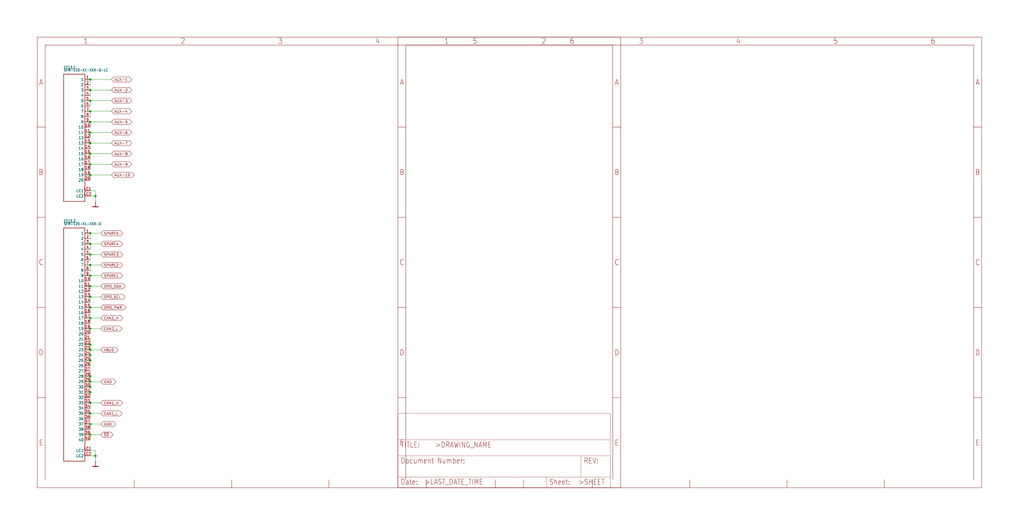
<source format=kicad_sch>
(kicad_sch (version 20211123) (generator eeschema)
  (paper "User" 490.22 254.406)
  (lib_symbols
    (symbol "oresat-backplane-2u-eagle-import:FRAME_A_L"
      (symbol "FRAME_A_L_0_0"
        (polyline (pts (xy 0 43.18) (xy 3.81 43.18)))
        (polyline (pts (xy 0 86.36) (xy 3.81 86.36)))
        (polyline (pts (xy 0 129.54) (xy 3.81 129.54)))
        (polyline (pts (xy 0 172.72) (xy 3.81 172.72)))
        (polyline (pts (xy 3.81 3.81) (xy 3.81 212.09)))
        (polyline (pts (xy 46.5667 0) (xy 46.5667 3.81)))
        (polyline (pts (xy 93.1333 0) (xy 93.1333 3.81)))
        (polyline (pts (xy 139.7 0) (xy 139.7 3.81)))
        (polyline (pts (xy 186.2667 0) (xy 186.2667 3.81)))
        (polyline (pts (xy 232.8333 0) (xy 232.8333 3.81)))
        (polyline (pts (xy 275.59 3.81) (xy 275.59 212.09)))
        (polyline (pts (xy 275.59 43.18) (xy 279.4 43.18)))
        (polyline (pts (xy 275.59 86.36) (xy 279.4 86.36)))
        (polyline (pts (xy 275.59 129.54) (xy 279.4 129.54)))
        (polyline (pts (xy 275.59 172.72) (xy 279.4 172.72)))
        (polyline (pts (xy 275.59 212.09) (xy 3.81 212.09)))
        (polyline (pts (xy 0 0) (xy 279.4 0) (xy 279.4 215.9) (xy 0 215.9) (xy 0 0)))
        (text "1" (at 23.2833 213.995 0) (effects (font (size 2.54 2.286))))
        (text "2" (at 69.85 213.995 0) (effects (font (size 2.54 2.286))))
        (text "3" (at 116.4167 213.995 0) (effects (font (size 2.54 2.286))))
        (text "4" (at 162.9833 213.995 0) (effects (font (size 2.54 2.286))))
        (text "5" (at 209.55 213.995 0) (effects (font (size 2.54 2.286))))
        (text "6" (at 256.1167 213.995 0) (effects (font (size 2.54 2.286))))
        (text "A" (at 1.905 194.31 0) (effects (font (size 2.54 2.286))))
        (text "A" (at 277.495 194.31 0) (effects (font (size 2.54 2.286))))
        (text "B" (at 1.905 151.13 0) (effects (font (size 2.54 2.286))))
        (text "B" (at 277.495 151.13 0) (effects (font (size 2.54 2.286))))
        (text "C" (at 1.905 107.95 0) (effects (font (size 2.54 2.286))))
        (text "C" (at 277.495 107.95 0) (effects (font (size 2.54 2.286))))
        (text "D" (at 1.905 64.77 0) (effects (font (size 2.54 2.286))))
        (text "D" (at 277.495 64.77 0) (effects (font (size 2.54 2.286))))
        (text "E" (at 1.905 21.59 0) (effects (font (size 2.54 2.286))))
        (text "E" (at 277.495 21.59 0) (effects (font (size 2.54 2.286))))
      )
      (symbol "FRAME_A_L_2_0"
        (polyline (pts (xy 0 0) (xy 0 5.08)) (stroke (width 0.1016)))
        (polyline (pts (xy 0 0) (xy 71.12 0)) (stroke (width 0.1016)))
        (polyline (pts (xy 0 5.08) (xy 0 15.24)) (stroke (width 0.1016)))
        (polyline (pts (xy 0 5.08) (xy 71.12 5.08)) (stroke (width 0.1016)))
        (polyline (pts (xy 0 15.24) (xy 0 22.86)) (stroke (width 0.1016)))
        (polyline (pts (xy 0 22.86) (xy 0 35.56)) (stroke (width 0.1016)))
        (polyline (pts (xy 0 22.86) (xy 101.6 22.86)) (stroke (width 0.1016)))
        (polyline (pts (xy 71.12 0) (xy 101.6 0)) (stroke (width 0.1016)))
        (polyline (pts (xy 71.12 5.08) (xy 71.12 0)) (stroke (width 0.1016)))
        (polyline (pts (xy 71.12 5.08) (xy 87.63 5.08)) (stroke (width 0.1016)))
        (polyline (pts (xy 87.63 5.08) (xy 101.6 5.08)) (stroke (width 0.1016)))
        (polyline (pts (xy 87.63 15.24) (xy 0 15.24)) (stroke (width 0.1016)))
        (polyline (pts (xy 87.63 15.24) (xy 87.63 5.08)) (stroke (width 0.1016)))
        (polyline (pts (xy 101.6 5.08) (xy 101.6 0)) (stroke (width 0.1016)))
        (polyline (pts (xy 101.6 15.24) (xy 87.63 15.24)) (stroke (width 0.1016)))
        (polyline (pts (xy 101.6 15.24) (xy 101.6 5.08)) (stroke (width 0.1016)))
        (polyline (pts (xy 101.6 22.86) (xy 101.6 15.24)) (stroke (width 0.1016)))
        (polyline (pts (xy 101.6 35.56) (xy 0 35.56)) (stroke (width 0.1016)))
        (polyline (pts (xy 101.6 35.56) (xy 101.6 22.86)) (stroke (width 0.1016)))
        (text ">DRAWING_NAME" (at 17.78 19.05 0) (effects (font (size 2.54 2.159)) (justify left bottom)))
        (text ">LAST_DATE_TIME" (at 12.7 1.27 0) (effects (font (size 2.54 2.159)) (justify left bottom)))
        (text ">SHEET" (at 86.36 1.27 0) (effects (font (size 2.54 2.159)) (justify left bottom)))
        (text "Date:" (at 1.27 1.27 0) (effects (font (size 2.54 2.159)) (justify left bottom)))
        (text "Document Number:" (at 1.27 11.43 0) (effects (font (size 2.54 2.159)) (justify left bottom)))
        (text "REV:" (at 88.9 11.43 0) (effects (font (size 2.54 2.159)) (justify left bottom)))
        (text "Sheet:" (at 72.39 1.27 0) (effects (font (size 2.54 2.159)) (justify left bottom)))
        (text "TITLE:" (at 1.27 19.05 0) (effects (font (size 2.54 2.159)) (justify left bottom)))
      )
    )
    (symbol "oresat-backplane-2u-eagle-import:GND" (power)
      (symbol "GND_1_0"
        (polyline (pts (xy -1.27 -2.54) (xy 1.27 -2.54)) (stroke (width 0.4064)))
        (pin power_in line (at 0 0 270) (length 2.54) (name "GND") (number "1"))
      )
    )
    (symbol "oresat-backplane-2u-eagle-import:SFM-110-X1-XXX-D-LC"
      (property "Reference" "CF" (at -2.54 33.02 0))
      (property "Value" "SFM-110-X1-XXX-D-LC" (at -2.54 31.75 0))
      (symbol "SFM-110-X1-XXX-D-LC_1_0"
        (polyline (pts (xy -2.54 -30.48) (xy -2.54 30.48)) (stroke (width 0.254)))
        (polyline (pts (xy -2.54 30.48) (xy 7.62 30.48)) (stroke (width 0.254)))
        (polyline (pts (xy 7.62 -30.48) (xy -2.54 -30.48)) (stroke (width 0.254)))
        (polyline (pts (xy 7.62 30.48) (xy 7.62 -30.48)) (stroke (width 0.254)))
        (pin passive line (at 10.16 27.94 180) (length 2.54) (name "1") (number "1"))
        (pin passive line (at 10.16 5.08 180) (length 2.54) (name "10") (number "10"))
        (pin passive line (at 10.16 2.54 180) (length 2.54) (name "11") (number "11"))
        (pin passive line (at 10.16 0 180) (length 2.54) (name "12") (number "12"))
        (pin passive line (at 10.16 -2.54 180) (length 2.54) (name "13") (number "13"))
        (pin passive line (at 10.16 -5.08 180) (length 2.54) (name "14") (number "14"))
        (pin passive line (at 10.16 -7.62 180) (length 2.54) (name "15") (number "15"))
        (pin passive line (at 10.16 -10.16 180) (length 2.54) (name "16") (number "16"))
        (pin passive line (at 10.16 -12.7 180) (length 2.54) (name "17") (number "17"))
        (pin passive line (at 10.16 -15.24 180) (length 2.54) (name "18") (number "18"))
        (pin passive line (at 10.16 -17.78 180) (length 2.54) (name "19") (number "19"))
        (pin passive line (at 10.16 25.4 180) (length 2.54) (name "2") (number "2"))
        (pin passive line (at 10.16 -20.32 180) (length 2.54) (name "20") (number "20"))
        (pin passive line (at 10.16 22.86 180) (length 2.54) (name "3") (number "3"))
        (pin passive line (at 10.16 20.32 180) (length 2.54) (name "4") (number "4"))
        (pin passive line (at 10.16 17.78 180) (length 2.54) (name "5") (number "5"))
        (pin passive line (at 10.16 15.24 180) (length 2.54) (name "6") (number "6"))
        (pin passive line (at 10.16 12.7 180) (length 2.54) (name "7") (number "7"))
        (pin passive line (at 10.16 10.16 180) (length 2.54) (name "8") (number "8"))
        (pin passive line (at 10.16 7.62 180) (length 2.54) (name "9") (number "9"))
        (pin passive line (at 10.16 -25.4 180) (length 2.54) (name "LC1") (number "LC1"))
        (pin passive line (at 10.16 -27.94 180) (length 2.54) (name "LC2") (number "LC2"))
      )
    )
    (symbol "oresat-backplane-2u-eagle-import:SFM-120-X1-XXX-D"
      (property "Reference" "J" (at -2.54 50.8 0))
      (property "Value" "SFM-120-X1-XXX-D" (at -2.54 49.53 0))
      (symbol "SFM-120-X1-XXX-D_1_0"
        (polyline (pts (xy -2.54 -63.5) (xy -2.54 48.26)) (stroke (width 0.254)))
        (polyline (pts (xy -2.54 48.26) (xy 7.62 48.26)) (stroke (width 0.254)))
        (polyline (pts (xy 7.62 -63.5) (xy -2.54 -63.5)) (stroke (width 0.254)))
        (polyline (pts (xy 7.62 48.26) (xy 7.62 -63.5)) (stroke (width 0.254)))
        (pin passive line (at 10.16 45.72 180) (length 2.54) (name "1") (number "1"))
        (pin passive line (at 10.16 22.86 180) (length 2.54) (name "10") (number "10"))
        (pin passive line (at 10.16 20.32 180) (length 2.54) (name "11") (number "11"))
        (pin passive line (at 10.16 17.78 180) (length 2.54) (name "12") (number "12"))
        (pin passive line (at 10.16 15.24 180) (length 2.54) (name "13") (number "13"))
        (pin passive line (at 10.16 12.7 180) (length 2.54) (name "14") (number "14"))
        (pin passive line (at 10.16 10.16 180) (length 2.54) (name "15") (number "15"))
        (pin passive line (at 10.16 7.62 180) (length 2.54) (name "16") (number "16"))
        (pin passive line (at 10.16 5.08 180) (length 2.54) (name "17") (number "17"))
        (pin passive line (at 10.16 2.54 180) (length 2.54) (name "18") (number "18"))
        (pin passive line (at 10.16 0 180) (length 2.54) (name "19") (number "19"))
        (pin passive line (at 10.16 43.18 180) (length 2.54) (name "2") (number "2"))
        (pin passive line (at 10.16 -2.54 180) (length 2.54) (name "20") (number "20"))
        (pin passive line (at 10.16 -5.08 180) (length 2.54) (name "21") (number "21"))
        (pin passive line (at 10.16 -7.62 180) (length 2.54) (name "22") (number "22"))
        (pin passive line (at 10.16 -10.16 180) (length 2.54) (name "23") (number "23"))
        (pin passive line (at 10.16 -12.7 180) (length 2.54) (name "24") (number "24"))
        (pin passive line (at 10.16 -15.24 180) (length 2.54) (name "25") (number "25"))
        (pin passive line (at 10.16 -17.78 180) (length 2.54) (name "26") (number "26"))
        (pin passive line (at 10.16 -20.32 180) (length 2.54) (name "27") (number "27"))
        (pin passive line (at 10.16 -22.86 180) (length 2.54) (name "28") (number "28"))
        (pin passive line (at 10.16 -25.4 180) (length 2.54) (name "29") (number "29"))
        (pin passive line (at 10.16 40.64 180) (length 2.54) (name "3") (number "3"))
        (pin passive line (at 10.16 -27.94 180) (length 2.54) (name "30") (number "30"))
        (pin passive line (at 10.16 -30.48 180) (length 2.54) (name "31") (number "31"))
        (pin passive line (at 10.16 -33.02 180) (length 2.54) (name "32") (number "32"))
        (pin passive line (at 10.16 -35.56 180) (length 2.54) (name "33") (number "33"))
        (pin passive line (at 10.16 -38.1 180) (length 2.54) (name "34") (number "34"))
        (pin passive line (at 10.16 -40.64 180) (length 2.54) (name "35") (number "35"))
        (pin passive line (at 10.16 -43.18 180) (length 2.54) (name "36") (number "36"))
        (pin passive line (at 10.16 -45.72 180) (length 2.54) (name "37") (number "37"))
        (pin passive line (at 10.16 -48.26 180) (length 2.54) (name "38") (number "38"))
        (pin passive line (at 10.16 -50.8 180) (length 2.54) (name "39") (number "39"))
        (pin passive line (at 10.16 38.1 180) (length 2.54) (name "4") (number "4"))
        (pin passive line (at 10.16 -53.34 180) (length 2.54) (name "40") (number "40"))
        (pin passive line (at 10.16 35.56 180) (length 2.54) (name "5") (number "5"))
        (pin passive line (at 10.16 33.02 180) (length 2.54) (name "6") (number "6"))
        (pin passive line (at 10.16 30.48 180) (length 2.54) (name "7") (number "7"))
        (pin passive line (at 10.16 27.94 180) (length 2.54) (name "8") (number "8"))
        (pin passive line (at 10.16 25.4 180) (length 2.54) (name "9") (number "9"))
        (pin passive line (at 10.16 -58.42 180) (length 2.54) (name "LC1") (number "LC1"))
        (pin passive line (at 10.16 -60.96 180) (length 2.54) (name "LC2") (number "LC2"))
      )
    )
  )
  (junction (at 43.18 142.24))
  (junction (at 43.18 48.26))
  (junction (at 43.18 83.82))
  (junction (at 43.18 137.16))
  (junction (at 43.18 193.04))
  (junction (at 43.18 180.34))
  (junction (at 43.18 167.64))
  (junction (at 43.18 172.72))
  (junction (at 43.18 121.92))
  (junction (at 43.18 63.5))
  (junction (at 45.72 218.44))
  (junction (at 43.18 127))
  (junction (at 43.18 208.28))
  (junction (at 43.18 111.76))
  (junction (at 43.18 43.18))
  (junction (at 43.18 152.4))
  (junction (at 43.18 53.34))
  (junction (at 43.18 132.08))
  (junction (at 43.18 185.42))
  (junction (at 43.18 170.18))
  (junction (at 43.18 116.84))
  (junction (at 43.18 203.2))
  (junction (at 43.18 198.12))
  (junction (at 43.18 165.1))
  (junction (at 43.18 157.48))
  (junction (at 43.18 147.32))
  (junction (at 43.18 187.96))
  (junction (at 43.18 38.1))
  (junction (at 43.18 68.58))
  (junction (at 43.18 182.88))
  (junction (at 43.18 58.42))
  (junction (at 43.18 73.66))
  (junction (at 45.72 93.98))
  (junction (at 43.18 78.74))
  (wire (pts (xy 45.72 93.98) (xy 45.72 91.44)))
  (wire (pts (xy 43.18 142.24) (xy 43.18 144.78)))
  (wire (pts (xy 43.18 152.4) (xy 43.18 154.94)))
  (wire (pts (xy 45.72 215.9) (xy 45.72 218.44)))
  (wire (pts (xy 43.18 180.34) (xy 43.18 177.8)))
  (wire (pts (xy 43.18 137.16) (xy 43.18 139.7)))
  (wire (pts (xy 48.26 127) (xy 43.18 127)))
  (wire (pts (xy 48.26 208.28) (xy 43.18 208.28)))
  (wire (pts (xy 48.26 203.2) (xy 43.18 203.2)))
  (wire (pts (xy 43.18 68.58) (xy 53.34 68.58)))
  (wire (pts (xy 43.18 170.18) (xy 43.18 172.72)))
  (wire (pts (xy 43.18 182.88) (xy 43.18 185.42)))
  (wire (pts (xy 48.26 142.24) (xy 43.18 142.24)))
  (wire (pts (xy 43.18 116.84) (xy 48.26 116.84)))
  (wire (pts (xy 43.18 185.42) (xy 43.18 187.96)))
  (wire (pts (xy 48.26 137.16) (xy 43.18 137.16)))
  (wire (pts (xy 48.26 193.04) (xy 43.18 193.04)))
  (wire (pts (xy 43.18 215.9) (xy 45.72 215.9)))
  (wire (pts (xy 43.18 78.74) (xy 53.34 78.74)))
  (wire (pts (xy 43.18 167.64) (xy 43.18 170.18)))
  (wire (pts (xy 43.18 63.5) (xy 53.34 63.5)))
  (wire (pts (xy 43.18 83.82) (xy 43.18 86.36)))
  (wire (pts (xy 43.18 218.44) (xy 45.72 218.44)))
  (wire (pts (xy 43.18 121.92) (xy 43.18 124.46)))
  (wire (pts (xy 43.18 83.82) (xy 53.34 83.82)))
  (wire (pts (xy 45.72 93.98) (xy 43.18 93.98)))
  (wire (pts (xy 43.18 187.96) (xy 43.18 190.5)))
  (wire (pts (xy 43.18 73.66) (xy 43.18 76.2)))
  (wire (pts (xy 43.18 193.04) (xy 43.18 195.58)))
  (wire (pts (xy 43.18 127) (xy 43.18 129.54)))
  (wire (pts (xy 43.18 182.88) (xy 43.18 180.34)))
  (wire (pts (xy 43.18 132.08) (xy 43.18 134.62)))
  (wire (pts (xy 48.26 182.88) (xy 43.18 182.88)))
  (wire (pts (xy 43.18 172.72) (xy 43.18 175.26)))
  (wire (pts (xy 48.26 198.12) (xy 43.18 198.12)))
  (wire (pts (xy 43.18 53.34) (xy 43.18 55.88)))
  (wire (pts (xy 43.18 111.76) (xy 48.26 111.76)))
  (wire (pts (xy 45.72 96.52) (xy 45.72 93.98)))
  (wire (pts (xy 48.26 147.32) (xy 43.18 147.32)))
  (wire (pts (xy 43.18 68.58) (xy 43.18 71.12)))
  (wire (pts (xy 45.72 218.44) (xy 45.72 220.98)))
  (wire (pts (xy 43.18 53.34) (xy 53.34 53.34)))
  (wire (pts (xy 43.18 198.12) (xy 43.18 200.66)))
  (wire (pts (xy 43.18 38.1) (xy 53.34 38.1)))
  (wire (pts (xy 43.18 203.2) (xy 43.18 205.74)))
  (wire (pts (xy 43.18 63.5) (xy 43.18 66.04)))
  (wire (pts (xy 45.72 91.44) (xy 43.18 91.44)))
  (wire (pts (xy 43.18 48.26) (xy 43.18 50.8)))
  (wire (pts (xy 48.26 157.48) (xy 43.18 157.48)))
  (wire (pts (xy 43.18 162.56) (xy 43.18 165.1)))
  (wire (pts (xy 43.18 58.42) (xy 53.34 58.42)))
  (wire (pts (xy 43.18 78.74) (xy 43.18 81.28)))
  (wire (pts (xy 43.18 48.26) (xy 53.34 48.26)))
  (wire (pts (xy 43.18 157.48) (xy 43.18 160.02)))
  (wire (pts (xy 43.18 38.1) (xy 43.18 40.64)))
  (wire (pts (xy 48.26 167.64) (xy 43.18 167.64)))
  (wire (pts (xy 43.18 43.18) (xy 53.34 43.18)))
  (wire (pts (xy 43.18 73.66) (xy 53.34 73.66)))
  (wire (pts (xy 48.26 152.4) (xy 43.18 152.4)))
  (wire (pts (xy 43.18 165.1) (xy 43.18 167.64)))
  (wire (pts (xy 43.18 121.92) (xy 48.26 121.92)))
  (wire (pts (xy 43.18 111.76) (xy 43.18 114.3)))
  (wire (pts (xy 43.18 116.84) (xy 43.18 119.38)))
  (wire (pts (xy 43.18 58.42) (xy 43.18 60.96)))
  (wire (pts (xy 43.18 147.32) (xy 43.18 149.86)))
  (wire (pts (xy 48.26 132.08) (xy 43.18 132.08)))
  (wire (pts (xy 43.18 208.28) (xy 43.18 210.82)))
  (wire (pts (xy 43.18 43.18) (xy 43.18 45.72)))
  (global_label "SPARE1" (shape bidirectional) (at 48.26 132.08 0) (effects (font (size 1.2446 1.2446))) (property "Intersheet References" "${INTERSHEET_REFS}" (effects hide)))
  (global_label "CAN1_L" (shape bidirectional) (at 48.26 198.12 0) (effects (font (size 1.2446 1.2446))) (property "Intersheet References" "${INTERSHEET_REFS}" (effects hide)))
  (global_label "SPARE4" (shape bidirectional) (at 48.26 116.84 0) (effects (font (size 1.2446 1.2446))) (property "Intersheet References" "${INTERSHEET_REFS}" (effects hide)))
  (global_label "AUX-8" (shape bidirectional) (at 53.34 73.66 0) (effects (font (size 1.2446 1.2446))) (property "Intersheet References" "${INTERSHEET_REFS}" (effects hide)))
  (global_label "VBUS" (shape bidirectional) (at 48.26 167.64 0) (effects (font (size 1.2446 1.2446))) (property "Intersheet References" "${INTERSHEET_REFS}" (effects hide)))
  (global_label "AUX-10" (shape bidirectional) (at 53.34 83.82 0) (effects (font (size 1.2446 1.2446))) (property "Intersheet References" "${INTERSHEET_REFS}" (effects hide)))
  (global_label "SPARE5" (shape bidirectional) (at 48.26 111.76 0) (effects (font (size 1.2446 1.2446))) (property "Intersheet References" "${INTERSHEET_REFS}" (effects hide)))
  (global_label "AUX-6" (shape bidirectional) (at 53.34 63.5 0) (effects (font (size 1.2446 1.2446))) (property "Intersheet References" "${INTERSHEET_REFS}" (effects hide)))
  (global_label "CAN2_H" (shape bidirectional) (at 48.26 152.4 0) (effects (font (size 1.2446 1.2446))) (property "Intersheet References" "${INTERSHEET_REFS}" (effects hide)))
  (global_label "OPD_PWR" (shape bidirectional) (at 48.26 147.32 0) (effects (font (size 1.2446 1.2446))) (property "Intersheet References" "${INTERSHEET_REFS}" (effects hide)))
  (global_label "CAN1_H" (shape bidirectional) (at 48.26 193.04 0) (effects (font (size 1.2446 1.2446))) (property "Intersheet References" "${INTERSHEET_REFS}" (effects hide)))
  (global_label "OPD_SDA" (shape bidirectional) (at 48.26 137.16 0) (effects (font (size 1.2446 1.2446))) (property "Intersheet References" "${INTERSHEET_REFS}" (effects hide)))
  (global_label "AUX-2" (shape bidirectional) (at 53.34 43.18 0) (effects (font (size 1.2446 1.2446))) (property "Intersheet References" "${INTERSHEET_REFS}" (effects hide)))
  (global_label "OPD_SCL" (shape bidirectional) (at 48.26 142.24 0) (effects (font (size 1.2446 1.2446))) (property "Intersheet References" "${INTERSHEET_REFS}" (effects hide)))
  (global_label "GND" (shape bidirectional) (at 48.26 203.2 0) (effects (font (size 1.2446 1.2446))) (property "Intersheet References" "${INTERSHEET_REFS}" (effects hide)))
  (global_label "AUX-4" (shape bidirectional) (at 53.34 53.34 0) (effects (font (size 1.2446 1.2446))) (property "Intersheet References" "${INTERSHEET_REFS}" (effects hide)))
  (global_label "GND" (shape bidirectional) (at 48.26 182.88 0) (effects (font (size 1.2446 1.2446))) (property "Intersheet References" "${INTERSHEET_REFS}" (effects hide)))
  (global_label "AUX-3" (shape bidirectional) (at 53.34 48.26 0) (effects (font (size 1.2446 1.2446))) (property "Intersheet References" "${INTERSHEET_REFS}" (effects hide)))
  (global_label "AUX-7" (shape bidirectional) (at 53.34 68.58 0) (effects (font (size 1.2446 1.2446))) (property "Intersheet References" "${INTERSHEET_REFS}" (effects hide)))
  (global_label "AUX-5" (shape bidirectional) (at 53.34 58.42 0) (effects (font (size 1.2446 1.2446))) (property "Intersheet References" "${INTERSHEET_REFS}" (effects hide)))
  (global_label "SPARE3" (shape bidirectional) (at 48.26 121.92 0) (effects (font (size 1.2446 1.2446))) (property "Intersheet References" "${INTERSHEET_REFS}" (effects hide)))
  (global_label "SPARE2" (shape bidirectional) (at 48.26 127 0) (effects (font (size 1.2446 1.2446))) (property "Intersheet References" "${INTERSHEET_REFS}" (effects hide)))
  (global_label "CAN2_L" (shape bidirectional) (at 48.26 157.48 0) (effects (font (size 1.2446 1.2446))) (property "Intersheet References" "${INTERSHEET_REFS}" (effects hide)))
  (global_label "AUX-1" (shape bidirectional) (at 53.34 38.1 0) (effects (font (size 1.2446 1.2446))) (property "Intersheet References" "${INTERSHEET_REFS}" (effects hide)))
  (global_label "AUX-9" (shape bidirectional) (at 53.34 78.74 0) (effects (font (size 1.2446 1.2446))) (property "Intersheet References" "${INTERSHEET_REFS}" (effects hide)))
  (global_label "~{SD}" (shape bidirectional) (at 48.26 208.28 0) (effects (font (size 1.2446 1.2446))) (property "Intersheet References" "${INTERSHEET_REFS}" (effects hide)))
  (symbol (lib_id "oresat-backplane-2u-eagle-import:SFM-120-X1-XXX-D") (at 33.02 157.48 0) (unit 1)
    (property "Reference" "CF13.2" (at 30.48 106.68 0) (effects (font (size 1.27 1.0795)) (justify left bottom)))
    (property "Value" "SFM-120-X1-XXX-D" (at 30.48 107.95 0) (effects (font (size 1.27 1.0795)) (justify left bottom)))
    (property "Footprint" "oresat-backplane-2u:SFM-120-X1-XXX-D" (effects hide))
  )
  (symbol (lib_id "oresat-backplane-2u-eagle-import:SFM-110-X1-XXX-D-LC") (at 33.02 66.04 0) (unit 1)
    (property "Reference" "CF13.1" (at 30.48 33.02 0) (effects (font (size 1.27 1.0795)) (justify left bottom)))
    (property "Value" "SFM-110-X1-XXX-D-LC" (at 30.48 34.29 0) (effects (font (size 1.27 1.0795)) (justify left bottom)))
    (property "Footprint" "oresat-backplane-2u:SFM-110-X1-XXX-D-LC" (effects hide))
  )
  (symbol (lib_id "oresat-backplane-2u-eagle-import:FRAME_A_L") (at 17.78 233.68 0) (unit 1)
    (property "Reference" "#FRAME8" (effects hide))
    (property "Value" "FRAME_A_L" (effects hide))
    (property "Footprint" "oresat-backplane-2u:" (effects hide))
  )
  (symbol (lib_id "oresat-backplane-2u-eagle-import:FRAME_A_L") (at 190.5 233.68 0) (unit 2)
    (property "Reference" "#FRAME8" (effects hide))
    (property "Value" "FRAME_A_L" (effects hide))
    (property "Footprint" "oresat-backplane-2u:" (effects hide))
  )
  (symbol (lib_id "oresat-backplane-2u-eagle-import:GND") (at 45.72 220.98 0) (unit 1)
    (property "Reference" "#GND043" (effects hide))
    (property "Value" "GND" (effects hide))
    (property "Footprint" "oresat-backplane-2u:" (effects hide))
  )
  (symbol (lib_id "oresat-backplane-2u-eagle-import:GND") (at 45.72 96.52 0) (unit 1)
    (property "Reference" "#GND047" (effects hide))
    (property "Value" "GND" (effects hide))
    (property "Footprint" "oresat-backplane-2u:" (effects hide))
  )
)
</source>
